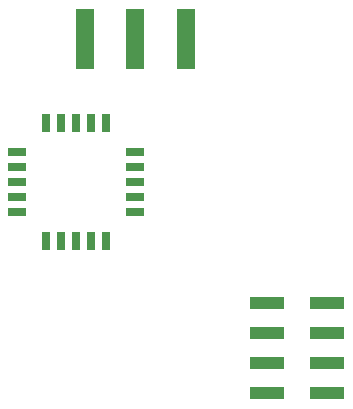
<source format=gbp>
G04 #@! TF.GenerationSoftware,KiCad,Pcbnew,7.0.7*
G04 #@! TF.CreationDate,2023-11-16T10:28:39+01:00*
G04 #@! TF.ProjectId,ithowifi_4l,6974686f-7769-4666-995f-346c2e6b6963,rev?*
G04 #@! TF.SameCoordinates,Original*
G04 #@! TF.FileFunction,Paste,Bot*
G04 #@! TF.FilePolarity,Positive*
%FSLAX46Y46*%
G04 Gerber Fmt 4.6, Leading zero omitted, Abs format (unit mm)*
G04 Created by KiCad (PCBNEW 7.0.7) date 2023-11-16 10:28:39*
%MOMM*%
%LPD*%
G01*
G04 APERTURE LIST*
%ADD10R,3.000000X1.000000*%
%ADD11R,1.500000X5.080000*%
%ADD12R,0.800000X1.500000*%
%ADD13R,1.500000X0.800000*%
G04 APERTURE END LIST*
D10*
X123293500Y-137807500D03*
X118253500Y-137807500D03*
X123293500Y-135267500D03*
X118253500Y-135267500D03*
X123293500Y-132727500D03*
X118253500Y-132727500D03*
X123293500Y-130187500D03*
X118253500Y-130187500D03*
D11*
X107100000Y-107848400D03*
X102850000Y-107848400D03*
X111350000Y-107848400D03*
D12*
X99560000Y-114950000D03*
X100829990Y-114950000D03*
X102100000Y-114950000D03*
X103370000Y-114950000D03*
X104640000Y-114950000D03*
D13*
X107100000Y-117410000D03*
X107100000Y-118679990D03*
X107100000Y-119950000D03*
X107100000Y-121220000D03*
X107100000Y-122490000D03*
D12*
X104640000Y-124950000D03*
X103370000Y-124950000D03*
X102100000Y-124950000D03*
X100829990Y-124950000D03*
X99560000Y-124950000D03*
D13*
X97100000Y-122490000D03*
X97100000Y-121220000D03*
X97100000Y-119950000D03*
X97100000Y-118679990D03*
X97100000Y-117410000D03*
M02*

</source>
